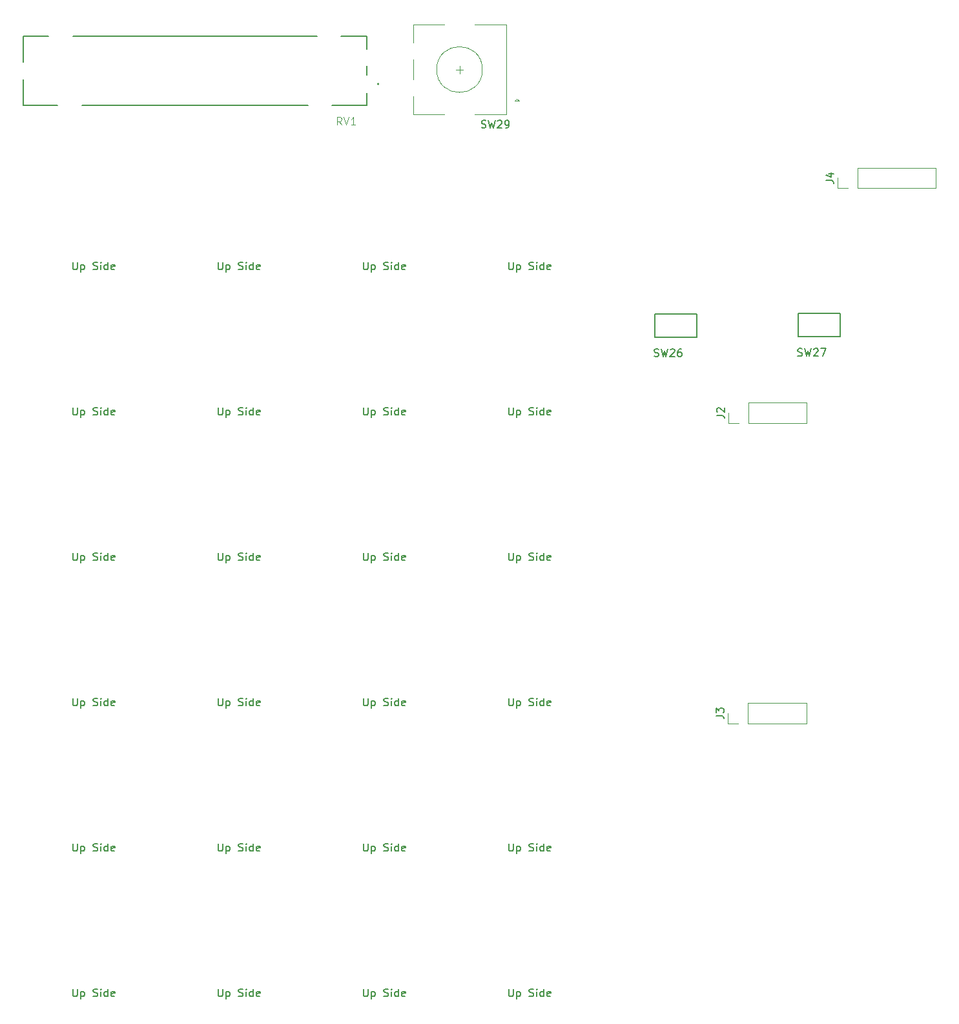
<source format=gbr>
G04 #@! TF.GenerationSoftware,KiCad,Pcbnew,(5.1.5)-3*
G04 #@! TF.CreationDate,2020-04-09T07:49:00+02:00*
G04 #@! TF.ProjectId,NumPad,4e756d50-6164-42e6-9b69-6361645f7063,rev?*
G04 #@! TF.SameCoordinates,Original*
G04 #@! TF.FileFunction,Legend,Top*
G04 #@! TF.FilePolarity,Positive*
%FSLAX46Y46*%
G04 Gerber Fmt 4.6, Leading zero omitted, Abs format (unit mm)*
G04 Created by KiCad (PCBNEW (5.1.5)-3) date 2020-04-09 07:49:00*
%MOMM*%
%LPD*%
G04 APERTURE LIST*
%ADD10C,0.120000*%
%ADD11C,0.127000*%
%ADD12C,0.200000*%
%ADD13C,0.150000*%
%ADD14C,0.015000*%
G04 APERTURE END LIST*
D10*
X141792000Y-73974000D02*
X141792000Y-71314000D01*
X131572000Y-73974000D02*
X141792000Y-73974000D01*
X131572000Y-71314000D02*
X141792000Y-71314000D01*
X131572000Y-73974000D02*
X131572000Y-71314000D01*
X130302000Y-73974000D02*
X128972000Y-73974000D01*
X128972000Y-73974000D02*
X128972000Y-72644000D01*
X114630000Y-104770000D02*
X114630000Y-103440000D01*
X115960000Y-104770000D02*
X114630000Y-104770000D01*
X117230000Y-104770000D02*
X117230000Y-102110000D01*
X117230000Y-102110000D02*
X124910000Y-102110000D01*
X117230000Y-104770000D02*
X124910000Y-104770000D01*
X124910000Y-104770000D02*
X124910000Y-102110000D01*
X124840000Y-144130000D02*
X124840000Y-141470000D01*
X117160000Y-144130000D02*
X124840000Y-144130000D01*
X117160000Y-141470000D02*
X124840000Y-141470000D01*
X117160000Y-144130000D02*
X117160000Y-141470000D01*
X115890000Y-144130000D02*
X114560000Y-144130000D01*
X114560000Y-144130000D02*
X114560000Y-142800000D01*
D11*
X67185001Y-61570000D02*
X67185001Y-63100000D01*
X22185001Y-63100000D02*
X22185001Y-59720000D01*
X22185001Y-57480000D02*
X22185001Y-54100000D01*
X67185001Y-63100000D02*
X62665001Y-63100000D01*
X59505001Y-63100000D02*
X29865001Y-63100000D01*
X22185001Y-63100000D02*
X26705001Y-63100000D01*
X67185001Y-57970000D02*
X67185001Y-59130000D01*
X67185001Y-54100000D02*
X67185001Y-55730000D01*
X67185001Y-54100000D02*
X63865001Y-54100000D01*
X60705001Y-54100000D02*
X28665001Y-54100000D01*
X22185001Y-54100000D02*
X25505001Y-54100000D01*
D12*
X68785001Y-60350000D02*
G75*
G03X68785001Y-60350000I-100000J0D01*
G01*
D13*
X110455000Y-90445000D02*
X104955000Y-90445000D01*
X110455000Y-90455000D02*
X110455000Y-93525000D01*
X110455000Y-93525000D02*
X104945000Y-93525000D01*
X104945000Y-93525000D02*
X104945000Y-90445000D01*
X129260000Y-90395000D02*
X123760000Y-90395000D01*
X129260000Y-90405000D02*
X129260000Y-93475000D01*
X129260000Y-93475000D02*
X123750000Y-93475000D01*
X123750000Y-93475000D02*
X123750000Y-90395000D01*
D10*
X79875000Y-58450000D02*
X78875000Y-58450000D01*
X79375000Y-58950000D02*
X79375000Y-57950000D01*
X73275000Y-54950000D02*
X73275000Y-52550000D01*
X73275000Y-59750000D02*
X73275000Y-57150000D01*
X73275000Y-64350000D02*
X73275000Y-61950000D01*
X86575000Y-62550000D02*
X86875000Y-62250000D01*
X87175000Y-62550000D02*
X86575000Y-62550000D01*
X86875000Y-62250000D02*
X87175000Y-62550000D01*
X85475000Y-64350000D02*
X85475000Y-52550000D01*
X81375000Y-64350000D02*
X85475000Y-64350000D01*
X81375000Y-52550000D02*
X85475000Y-52550000D01*
X73275000Y-52550000D02*
X77375000Y-52550000D01*
X77375000Y-64350000D02*
X73275000Y-64350000D01*
X82375000Y-58450000D02*
G75*
G03X82375000Y-58450000I-3000000J0D01*
G01*
D13*
X127424380Y-72977333D02*
X128138666Y-72977333D01*
X128281523Y-73024952D01*
X128376761Y-73120190D01*
X128424380Y-73263047D01*
X128424380Y-73358285D01*
X127757714Y-72072571D02*
X128424380Y-72072571D01*
X127376761Y-72310666D02*
X128091047Y-72548761D01*
X128091047Y-71929714D01*
X85835714Y-178927380D02*
X85835714Y-179736904D01*
X85883333Y-179832142D01*
X85930952Y-179879761D01*
X86026190Y-179927380D01*
X86216666Y-179927380D01*
X86311904Y-179879761D01*
X86359523Y-179832142D01*
X86407142Y-179736904D01*
X86407142Y-178927380D01*
X86883333Y-179260714D02*
X86883333Y-180260714D01*
X86883333Y-179308333D02*
X86978571Y-179260714D01*
X87169047Y-179260714D01*
X87264285Y-179308333D01*
X87311904Y-179355952D01*
X87359523Y-179451190D01*
X87359523Y-179736904D01*
X87311904Y-179832142D01*
X87264285Y-179879761D01*
X87169047Y-179927380D01*
X86978571Y-179927380D01*
X86883333Y-179879761D01*
X88502380Y-179879761D02*
X88645238Y-179927380D01*
X88883333Y-179927380D01*
X88978571Y-179879761D01*
X89026190Y-179832142D01*
X89073809Y-179736904D01*
X89073809Y-179641666D01*
X89026190Y-179546428D01*
X88978571Y-179498809D01*
X88883333Y-179451190D01*
X88692857Y-179403571D01*
X88597619Y-179355952D01*
X88550000Y-179308333D01*
X88502380Y-179213095D01*
X88502380Y-179117857D01*
X88550000Y-179022619D01*
X88597619Y-178975000D01*
X88692857Y-178927380D01*
X88930952Y-178927380D01*
X89073809Y-178975000D01*
X89502380Y-179927380D02*
X89502380Y-179260714D01*
X89502380Y-178927380D02*
X89454761Y-178975000D01*
X89502380Y-179022619D01*
X89550000Y-178975000D01*
X89502380Y-178927380D01*
X89502380Y-179022619D01*
X90407142Y-179927380D02*
X90407142Y-178927380D01*
X90407142Y-179879761D02*
X90311904Y-179927380D01*
X90121428Y-179927380D01*
X90026190Y-179879761D01*
X89978571Y-179832142D01*
X89930952Y-179736904D01*
X89930952Y-179451190D01*
X89978571Y-179355952D01*
X90026190Y-179308333D01*
X90121428Y-179260714D01*
X90311904Y-179260714D01*
X90407142Y-179308333D01*
X91264285Y-179879761D02*
X91169047Y-179927380D01*
X90978571Y-179927380D01*
X90883333Y-179879761D01*
X90835714Y-179784523D01*
X90835714Y-179403571D01*
X90883333Y-179308333D01*
X90978571Y-179260714D01*
X91169047Y-179260714D01*
X91264285Y-179308333D01*
X91311904Y-179403571D01*
X91311904Y-179498809D01*
X90835714Y-179594047D01*
X85835714Y-159877380D02*
X85835714Y-160686904D01*
X85883333Y-160782142D01*
X85930952Y-160829761D01*
X86026190Y-160877380D01*
X86216666Y-160877380D01*
X86311904Y-160829761D01*
X86359523Y-160782142D01*
X86407142Y-160686904D01*
X86407142Y-159877380D01*
X86883333Y-160210714D02*
X86883333Y-161210714D01*
X86883333Y-160258333D02*
X86978571Y-160210714D01*
X87169047Y-160210714D01*
X87264285Y-160258333D01*
X87311904Y-160305952D01*
X87359523Y-160401190D01*
X87359523Y-160686904D01*
X87311904Y-160782142D01*
X87264285Y-160829761D01*
X87169047Y-160877380D01*
X86978571Y-160877380D01*
X86883333Y-160829761D01*
X88502380Y-160829761D02*
X88645238Y-160877380D01*
X88883333Y-160877380D01*
X88978571Y-160829761D01*
X89026190Y-160782142D01*
X89073809Y-160686904D01*
X89073809Y-160591666D01*
X89026190Y-160496428D01*
X88978571Y-160448809D01*
X88883333Y-160401190D01*
X88692857Y-160353571D01*
X88597619Y-160305952D01*
X88550000Y-160258333D01*
X88502380Y-160163095D01*
X88502380Y-160067857D01*
X88550000Y-159972619D01*
X88597619Y-159925000D01*
X88692857Y-159877380D01*
X88930952Y-159877380D01*
X89073809Y-159925000D01*
X89502380Y-160877380D02*
X89502380Y-160210714D01*
X89502380Y-159877380D02*
X89454761Y-159925000D01*
X89502380Y-159972619D01*
X89550000Y-159925000D01*
X89502380Y-159877380D01*
X89502380Y-159972619D01*
X90407142Y-160877380D02*
X90407142Y-159877380D01*
X90407142Y-160829761D02*
X90311904Y-160877380D01*
X90121428Y-160877380D01*
X90026190Y-160829761D01*
X89978571Y-160782142D01*
X89930952Y-160686904D01*
X89930952Y-160401190D01*
X89978571Y-160305952D01*
X90026190Y-160258333D01*
X90121428Y-160210714D01*
X90311904Y-160210714D01*
X90407142Y-160258333D01*
X91264285Y-160829761D02*
X91169047Y-160877380D01*
X90978571Y-160877380D01*
X90883333Y-160829761D01*
X90835714Y-160734523D01*
X90835714Y-160353571D01*
X90883333Y-160258333D01*
X90978571Y-160210714D01*
X91169047Y-160210714D01*
X91264285Y-160258333D01*
X91311904Y-160353571D01*
X91311904Y-160448809D01*
X90835714Y-160544047D01*
X85835714Y-140827380D02*
X85835714Y-141636904D01*
X85883333Y-141732142D01*
X85930952Y-141779761D01*
X86026190Y-141827380D01*
X86216666Y-141827380D01*
X86311904Y-141779761D01*
X86359523Y-141732142D01*
X86407142Y-141636904D01*
X86407142Y-140827380D01*
X86883333Y-141160714D02*
X86883333Y-142160714D01*
X86883333Y-141208333D02*
X86978571Y-141160714D01*
X87169047Y-141160714D01*
X87264285Y-141208333D01*
X87311904Y-141255952D01*
X87359523Y-141351190D01*
X87359523Y-141636904D01*
X87311904Y-141732142D01*
X87264285Y-141779761D01*
X87169047Y-141827380D01*
X86978571Y-141827380D01*
X86883333Y-141779761D01*
X88502380Y-141779761D02*
X88645238Y-141827380D01*
X88883333Y-141827380D01*
X88978571Y-141779761D01*
X89026190Y-141732142D01*
X89073809Y-141636904D01*
X89073809Y-141541666D01*
X89026190Y-141446428D01*
X88978571Y-141398809D01*
X88883333Y-141351190D01*
X88692857Y-141303571D01*
X88597619Y-141255952D01*
X88550000Y-141208333D01*
X88502380Y-141113095D01*
X88502380Y-141017857D01*
X88550000Y-140922619D01*
X88597619Y-140875000D01*
X88692857Y-140827380D01*
X88930952Y-140827380D01*
X89073809Y-140875000D01*
X89502380Y-141827380D02*
X89502380Y-141160714D01*
X89502380Y-140827380D02*
X89454761Y-140875000D01*
X89502380Y-140922619D01*
X89550000Y-140875000D01*
X89502380Y-140827380D01*
X89502380Y-140922619D01*
X90407142Y-141827380D02*
X90407142Y-140827380D01*
X90407142Y-141779761D02*
X90311904Y-141827380D01*
X90121428Y-141827380D01*
X90026190Y-141779761D01*
X89978571Y-141732142D01*
X89930952Y-141636904D01*
X89930952Y-141351190D01*
X89978571Y-141255952D01*
X90026190Y-141208333D01*
X90121428Y-141160714D01*
X90311904Y-141160714D01*
X90407142Y-141208333D01*
X91264285Y-141779761D02*
X91169047Y-141827380D01*
X90978571Y-141827380D01*
X90883333Y-141779761D01*
X90835714Y-141684523D01*
X90835714Y-141303571D01*
X90883333Y-141208333D01*
X90978571Y-141160714D01*
X91169047Y-141160714D01*
X91264285Y-141208333D01*
X91311904Y-141303571D01*
X91311904Y-141398809D01*
X90835714Y-141494047D01*
X85835714Y-121777380D02*
X85835714Y-122586904D01*
X85883333Y-122682142D01*
X85930952Y-122729761D01*
X86026190Y-122777380D01*
X86216666Y-122777380D01*
X86311904Y-122729761D01*
X86359523Y-122682142D01*
X86407142Y-122586904D01*
X86407142Y-121777380D01*
X86883333Y-122110714D02*
X86883333Y-123110714D01*
X86883333Y-122158333D02*
X86978571Y-122110714D01*
X87169047Y-122110714D01*
X87264285Y-122158333D01*
X87311904Y-122205952D01*
X87359523Y-122301190D01*
X87359523Y-122586904D01*
X87311904Y-122682142D01*
X87264285Y-122729761D01*
X87169047Y-122777380D01*
X86978571Y-122777380D01*
X86883333Y-122729761D01*
X88502380Y-122729761D02*
X88645238Y-122777380D01*
X88883333Y-122777380D01*
X88978571Y-122729761D01*
X89026190Y-122682142D01*
X89073809Y-122586904D01*
X89073809Y-122491666D01*
X89026190Y-122396428D01*
X88978571Y-122348809D01*
X88883333Y-122301190D01*
X88692857Y-122253571D01*
X88597619Y-122205952D01*
X88550000Y-122158333D01*
X88502380Y-122063095D01*
X88502380Y-121967857D01*
X88550000Y-121872619D01*
X88597619Y-121825000D01*
X88692857Y-121777380D01*
X88930952Y-121777380D01*
X89073809Y-121825000D01*
X89502380Y-122777380D02*
X89502380Y-122110714D01*
X89502380Y-121777380D02*
X89454761Y-121825000D01*
X89502380Y-121872619D01*
X89550000Y-121825000D01*
X89502380Y-121777380D01*
X89502380Y-121872619D01*
X90407142Y-122777380D02*
X90407142Y-121777380D01*
X90407142Y-122729761D02*
X90311904Y-122777380D01*
X90121428Y-122777380D01*
X90026190Y-122729761D01*
X89978571Y-122682142D01*
X89930952Y-122586904D01*
X89930952Y-122301190D01*
X89978571Y-122205952D01*
X90026190Y-122158333D01*
X90121428Y-122110714D01*
X90311904Y-122110714D01*
X90407142Y-122158333D01*
X91264285Y-122729761D02*
X91169047Y-122777380D01*
X90978571Y-122777380D01*
X90883333Y-122729761D01*
X90835714Y-122634523D01*
X90835714Y-122253571D01*
X90883333Y-122158333D01*
X90978571Y-122110714D01*
X91169047Y-122110714D01*
X91264285Y-122158333D01*
X91311904Y-122253571D01*
X91311904Y-122348809D01*
X90835714Y-122444047D01*
X85835714Y-102727380D02*
X85835714Y-103536904D01*
X85883333Y-103632142D01*
X85930952Y-103679761D01*
X86026190Y-103727380D01*
X86216666Y-103727380D01*
X86311904Y-103679761D01*
X86359523Y-103632142D01*
X86407142Y-103536904D01*
X86407142Y-102727380D01*
X86883333Y-103060714D02*
X86883333Y-104060714D01*
X86883333Y-103108333D02*
X86978571Y-103060714D01*
X87169047Y-103060714D01*
X87264285Y-103108333D01*
X87311904Y-103155952D01*
X87359523Y-103251190D01*
X87359523Y-103536904D01*
X87311904Y-103632142D01*
X87264285Y-103679761D01*
X87169047Y-103727380D01*
X86978571Y-103727380D01*
X86883333Y-103679761D01*
X88502380Y-103679761D02*
X88645238Y-103727380D01*
X88883333Y-103727380D01*
X88978571Y-103679761D01*
X89026190Y-103632142D01*
X89073809Y-103536904D01*
X89073809Y-103441666D01*
X89026190Y-103346428D01*
X88978571Y-103298809D01*
X88883333Y-103251190D01*
X88692857Y-103203571D01*
X88597619Y-103155952D01*
X88550000Y-103108333D01*
X88502380Y-103013095D01*
X88502380Y-102917857D01*
X88550000Y-102822619D01*
X88597619Y-102775000D01*
X88692857Y-102727380D01*
X88930952Y-102727380D01*
X89073809Y-102775000D01*
X89502380Y-103727380D02*
X89502380Y-103060714D01*
X89502380Y-102727380D02*
X89454761Y-102775000D01*
X89502380Y-102822619D01*
X89550000Y-102775000D01*
X89502380Y-102727380D01*
X89502380Y-102822619D01*
X90407142Y-103727380D02*
X90407142Y-102727380D01*
X90407142Y-103679761D02*
X90311904Y-103727380D01*
X90121428Y-103727380D01*
X90026190Y-103679761D01*
X89978571Y-103632142D01*
X89930952Y-103536904D01*
X89930952Y-103251190D01*
X89978571Y-103155952D01*
X90026190Y-103108333D01*
X90121428Y-103060714D01*
X90311904Y-103060714D01*
X90407142Y-103108333D01*
X91264285Y-103679761D02*
X91169047Y-103727380D01*
X90978571Y-103727380D01*
X90883333Y-103679761D01*
X90835714Y-103584523D01*
X90835714Y-103203571D01*
X90883333Y-103108333D01*
X90978571Y-103060714D01*
X91169047Y-103060714D01*
X91264285Y-103108333D01*
X91311904Y-103203571D01*
X91311904Y-103298809D01*
X90835714Y-103394047D01*
X85835714Y-83677380D02*
X85835714Y-84486904D01*
X85883333Y-84582142D01*
X85930952Y-84629761D01*
X86026190Y-84677380D01*
X86216666Y-84677380D01*
X86311904Y-84629761D01*
X86359523Y-84582142D01*
X86407142Y-84486904D01*
X86407142Y-83677380D01*
X86883333Y-84010714D02*
X86883333Y-85010714D01*
X86883333Y-84058333D02*
X86978571Y-84010714D01*
X87169047Y-84010714D01*
X87264285Y-84058333D01*
X87311904Y-84105952D01*
X87359523Y-84201190D01*
X87359523Y-84486904D01*
X87311904Y-84582142D01*
X87264285Y-84629761D01*
X87169047Y-84677380D01*
X86978571Y-84677380D01*
X86883333Y-84629761D01*
X88502380Y-84629761D02*
X88645238Y-84677380D01*
X88883333Y-84677380D01*
X88978571Y-84629761D01*
X89026190Y-84582142D01*
X89073809Y-84486904D01*
X89073809Y-84391666D01*
X89026190Y-84296428D01*
X88978571Y-84248809D01*
X88883333Y-84201190D01*
X88692857Y-84153571D01*
X88597619Y-84105952D01*
X88550000Y-84058333D01*
X88502380Y-83963095D01*
X88502380Y-83867857D01*
X88550000Y-83772619D01*
X88597619Y-83725000D01*
X88692857Y-83677380D01*
X88930952Y-83677380D01*
X89073809Y-83725000D01*
X89502380Y-84677380D02*
X89502380Y-84010714D01*
X89502380Y-83677380D02*
X89454761Y-83725000D01*
X89502380Y-83772619D01*
X89550000Y-83725000D01*
X89502380Y-83677380D01*
X89502380Y-83772619D01*
X90407142Y-84677380D02*
X90407142Y-83677380D01*
X90407142Y-84629761D02*
X90311904Y-84677380D01*
X90121428Y-84677380D01*
X90026190Y-84629761D01*
X89978571Y-84582142D01*
X89930952Y-84486904D01*
X89930952Y-84201190D01*
X89978571Y-84105952D01*
X90026190Y-84058333D01*
X90121428Y-84010714D01*
X90311904Y-84010714D01*
X90407142Y-84058333D01*
X91264285Y-84629761D02*
X91169047Y-84677380D01*
X90978571Y-84677380D01*
X90883333Y-84629761D01*
X90835714Y-84534523D01*
X90835714Y-84153571D01*
X90883333Y-84058333D01*
X90978571Y-84010714D01*
X91169047Y-84010714D01*
X91264285Y-84058333D01*
X91311904Y-84153571D01*
X91311904Y-84248809D01*
X90835714Y-84344047D01*
X66785714Y-178927380D02*
X66785714Y-179736904D01*
X66833333Y-179832142D01*
X66880952Y-179879761D01*
X66976190Y-179927380D01*
X67166666Y-179927380D01*
X67261904Y-179879761D01*
X67309523Y-179832142D01*
X67357142Y-179736904D01*
X67357142Y-178927380D01*
X67833333Y-179260714D02*
X67833333Y-180260714D01*
X67833333Y-179308333D02*
X67928571Y-179260714D01*
X68119047Y-179260714D01*
X68214285Y-179308333D01*
X68261904Y-179355952D01*
X68309523Y-179451190D01*
X68309523Y-179736904D01*
X68261904Y-179832142D01*
X68214285Y-179879761D01*
X68119047Y-179927380D01*
X67928571Y-179927380D01*
X67833333Y-179879761D01*
X69452380Y-179879761D02*
X69595238Y-179927380D01*
X69833333Y-179927380D01*
X69928571Y-179879761D01*
X69976190Y-179832142D01*
X70023809Y-179736904D01*
X70023809Y-179641666D01*
X69976190Y-179546428D01*
X69928571Y-179498809D01*
X69833333Y-179451190D01*
X69642857Y-179403571D01*
X69547619Y-179355952D01*
X69500000Y-179308333D01*
X69452380Y-179213095D01*
X69452380Y-179117857D01*
X69500000Y-179022619D01*
X69547619Y-178975000D01*
X69642857Y-178927380D01*
X69880952Y-178927380D01*
X70023809Y-178975000D01*
X70452380Y-179927380D02*
X70452380Y-179260714D01*
X70452380Y-178927380D02*
X70404761Y-178975000D01*
X70452380Y-179022619D01*
X70500000Y-178975000D01*
X70452380Y-178927380D01*
X70452380Y-179022619D01*
X71357142Y-179927380D02*
X71357142Y-178927380D01*
X71357142Y-179879761D02*
X71261904Y-179927380D01*
X71071428Y-179927380D01*
X70976190Y-179879761D01*
X70928571Y-179832142D01*
X70880952Y-179736904D01*
X70880952Y-179451190D01*
X70928571Y-179355952D01*
X70976190Y-179308333D01*
X71071428Y-179260714D01*
X71261904Y-179260714D01*
X71357142Y-179308333D01*
X72214285Y-179879761D02*
X72119047Y-179927380D01*
X71928571Y-179927380D01*
X71833333Y-179879761D01*
X71785714Y-179784523D01*
X71785714Y-179403571D01*
X71833333Y-179308333D01*
X71928571Y-179260714D01*
X72119047Y-179260714D01*
X72214285Y-179308333D01*
X72261904Y-179403571D01*
X72261904Y-179498809D01*
X71785714Y-179594047D01*
X66785714Y-159877380D02*
X66785714Y-160686904D01*
X66833333Y-160782142D01*
X66880952Y-160829761D01*
X66976190Y-160877380D01*
X67166666Y-160877380D01*
X67261904Y-160829761D01*
X67309523Y-160782142D01*
X67357142Y-160686904D01*
X67357142Y-159877380D01*
X67833333Y-160210714D02*
X67833333Y-161210714D01*
X67833333Y-160258333D02*
X67928571Y-160210714D01*
X68119047Y-160210714D01*
X68214285Y-160258333D01*
X68261904Y-160305952D01*
X68309523Y-160401190D01*
X68309523Y-160686904D01*
X68261904Y-160782142D01*
X68214285Y-160829761D01*
X68119047Y-160877380D01*
X67928571Y-160877380D01*
X67833333Y-160829761D01*
X69452380Y-160829761D02*
X69595238Y-160877380D01*
X69833333Y-160877380D01*
X69928571Y-160829761D01*
X69976190Y-160782142D01*
X70023809Y-160686904D01*
X70023809Y-160591666D01*
X69976190Y-160496428D01*
X69928571Y-160448809D01*
X69833333Y-160401190D01*
X69642857Y-160353571D01*
X69547619Y-160305952D01*
X69500000Y-160258333D01*
X69452380Y-160163095D01*
X69452380Y-160067857D01*
X69500000Y-159972619D01*
X69547619Y-159925000D01*
X69642857Y-159877380D01*
X69880952Y-159877380D01*
X70023809Y-159925000D01*
X70452380Y-160877380D02*
X70452380Y-160210714D01*
X70452380Y-159877380D02*
X70404761Y-159925000D01*
X70452380Y-159972619D01*
X70500000Y-159925000D01*
X70452380Y-159877380D01*
X70452380Y-159972619D01*
X71357142Y-160877380D02*
X71357142Y-159877380D01*
X71357142Y-160829761D02*
X71261904Y-160877380D01*
X71071428Y-160877380D01*
X70976190Y-160829761D01*
X70928571Y-160782142D01*
X70880952Y-160686904D01*
X70880952Y-160401190D01*
X70928571Y-160305952D01*
X70976190Y-160258333D01*
X71071428Y-160210714D01*
X71261904Y-160210714D01*
X71357142Y-160258333D01*
X72214285Y-160829761D02*
X72119047Y-160877380D01*
X71928571Y-160877380D01*
X71833333Y-160829761D01*
X71785714Y-160734523D01*
X71785714Y-160353571D01*
X71833333Y-160258333D01*
X71928571Y-160210714D01*
X72119047Y-160210714D01*
X72214285Y-160258333D01*
X72261904Y-160353571D01*
X72261904Y-160448809D01*
X71785714Y-160544047D01*
X66785714Y-140827380D02*
X66785714Y-141636904D01*
X66833333Y-141732142D01*
X66880952Y-141779761D01*
X66976190Y-141827380D01*
X67166666Y-141827380D01*
X67261904Y-141779761D01*
X67309523Y-141732142D01*
X67357142Y-141636904D01*
X67357142Y-140827380D01*
X67833333Y-141160714D02*
X67833333Y-142160714D01*
X67833333Y-141208333D02*
X67928571Y-141160714D01*
X68119047Y-141160714D01*
X68214285Y-141208333D01*
X68261904Y-141255952D01*
X68309523Y-141351190D01*
X68309523Y-141636904D01*
X68261904Y-141732142D01*
X68214285Y-141779761D01*
X68119047Y-141827380D01*
X67928571Y-141827380D01*
X67833333Y-141779761D01*
X69452380Y-141779761D02*
X69595238Y-141827380D01*
X69833333Y-141827380D01*
X69928571Y-141779761D01*
X69976190Y-141732142D01*
X70023809Y-141636904D01*
X70023809Y-141541666D01*
X69976190Y-141446428D01*
X69928571Y-141398809D01*
X69833333Y-141351190D01*
X69642857Y-141303571D01*
X69547619Y-141255952D01*
X69500000Y-141208333D01*
X69452380Y-141113095D01*
X69452380Y-141017857D01*
X69500000Y-140922619D01*
X69547619Y-140875000D01*
X69642857Y-140827380D01*
X69880952Y-140827380D01*
X70023809Y-140875000D01*
X70452380Y-141827380D02*
X70452380Y-141160714D01*
X70452380Y-140827380D02*
X70404761Y-140875000D01*
X70452380Y-140922619D01*
X70500000Y-140875000D01*
X70452380Y-140827380D01*
X70452380Y-140922619D01*
X71357142Y-141827380D02*
X71357142Y-140827380D01*
X71357142Y-141779761D02*
X71261904Y-141827380D01*
X71071428Y-141827380D01*
X70976190Y-141779761D01*
X70928571Y-141732142D01*
X70880952Y-141636904D01*
X70880952Y-141351190D01*
X70928571Y-141255952D01*
X70976190Y-141208333D01*
X71071428Y-141160714D01*
X71261904Y-141160714D01*
X71357142Y-141208333D01*
X72214285Y-141779761D02*
X72119047Y-141827380D01*
X71928571Y-141827380D01*
X71833333Y-141779761D01*
X71785714Y-141684523D01*
X71785714Y-141303571D01*
X71833333Y-141208333D01*
X71928571Y-141160714D01*
X72119047Y-141160714D01*
X72214285Y-141208333D01*
X72261904Y-141303571D01*
X72261904Y-141398809D01*
X71785714Y-141494047D01*
X66785714Y-121777380D02*
X66785714Y-122586904D01*
X66833333Y-122682142D01*
X66880952Y-122729761D01*
X66976190Y-122777380D01*
X67166666Y-122777380D01*
X67261904Y-122729761D01*
X67309523Y-122682142D01*
X67357142Y-122586904D01*
X67357142Y-121777380D01*
X67833333Y-122110714D02*
X67833333Y-123110714D01*
X67833333Y-122158333D02*
X67928571Y-122110714D01*
X68119047Y-122110714D01*
X68214285Y-122158333D01*
X68261904Y-122205952D01*
X68309523Y-122301190D01*
X68309523Y-122586904D01*
X68261904Y-122682142D01*
X68214285Y-122729761D01*
X68119047Y-122777380D01*
X67928571Y-122777380D01*
X67833333Y-122729761D01*
X69452380Y-122729761D02*
X69595238Y-122777380D01*
X69833333Y-122777380D01*
X69928571Y-122729761D01*
X69976190Y-122682142D01*
X70023809Y-122586904D01*
X70023809Y-122491666D01*
X69976190Y-122396428D01*
X69928571Y-122348809D01*
X69833333Y-122301190D01*
X69642857Y-122253571D01*
X69547619Y-122205952D01*
X69500000Y-122158333D01*
X69452380Y-122063095D01*
X69452380Y-121967857D01*
X69500000Y-121872619D01*
X69547619Y-121825000D01*
X69642857Y-121777380D01*
X69880952Y-121777380D01*
X70023809Y-121825000D01*
X70452380Y-122777380D02*
X70452380Y-122110714D01*
X70452380Y-121777380D02*
X70404761Y-121825000D01*
X70452380Y-121872619D01*
X70500000Y-121825000D01*
X70452380Y-121777380D01*
X70452380Y-121872619D01*
X71357142Y-122777380D02*
X71357142Y-121777380D01*
X71357142Y-122729761D02*
X71261904Y-122777380D01*
X71071428Y-122777380D01*
X70976190Y-122729761D01*
X70928571Y-122682142D01*
X70880952Y-122586904D01*
X70880952Y-122301190D01*
X70928571Y-122205952D01*
X70976190Y-122158333D01*
X71071428Y-122110714D01*
X71261904Y-122110714D01*
X71357142Y-122158333D01*
X72214285Y-122729761D02*
X72119047Y-122777380D01*
X71928571Y-122777380D01*
X71833333Y-122729761D01*
X71785714Y-122634523D01*
X71785714Y-122253571D01*
X71833333Y-122158333D01*
X71928571Y-122110714D01*
X72119047Y-122110714D01*
X72214285Y-122158333D01*
X72261904Y-122253571D01*
X72261904Y-122348809D01*
X71785714Y-122444047D01*
X66785714Y-102727380D02*
X66785714Y-103536904D01*
X66833333Y-103632142D01*
X66880952Y-103679761D01*
X66976190Y-103727380D01*
X67166666Y-103727380D01*
X67261904Y-103679761D01*
X67309523Y-103632142D01*
X67357142Y-103536904D01*
X67357142Y-102727380D01*
X67833333Y-103060714D02*
X67833333Y-104060714D01*
X67833333Y-103108333D02*
X67928571Y-103060714D01*
X68119047Y-103060714D01*
X68214285Y-103108333D01*
X68261904Y-103155952D01*
X68309523Y-103251190D01*
X68309523Y-103536904D01*
X68261904Y-103632142D01*
X68214285Y-103679761D01*
X68119047Y-103727380D01*
X67928571Y-103727380D01*
X67833333Y-103679761D01*
X69452380Y-103679761D02*
X69595238Y-103727380D01*
X69833333Y-103727380D01*
X69928571Y-103679761D01*
X69976190Y-103632142D01*
X70023809Y-103536904D01*
X70023809Y-103441666D01*
X69976190Y-103346428D01*
X69928571Y-103298809D01*
X69833333Y-103251190D01*
X69642857Y-103203571D01*
X69547619Y-103155952D01*
X69500000Y-103108333D01*
X69452380Y-103013095D01*
X69452380Y-102917857D01*
X69500000Y-102822619D01*
X69547619Y-102775000D01*
X69642857Y-102727380D01*
X69880952Y-102727380D01*
X70023809Y-102775000D01*
X70452380Y-103727380D02*
X70452380Y-103060714D01*
X70452380Y-102727380D02*
X70404761Y-102775000D01*
X70452380Y-102822619D01*
X70500000Y-102775000D01*
X70452380Y-102727380D01*
X70452380Y-102822619D01*
X71357142Y-103727380D02*
X71357142Y-102727380D01*
X71357142Y-103679761D02*
X71261904Y-103727380D01*
X71071428Y-103727380D01*
X70976190Y-103679761D01*
X70928571Y-103632142D01*
X70880952Y-103536904D01*
X70880952Y-103251190D01*
X70928571Y-103155952D01*
X70976190Y-103108333D01*
X71071428Y-103060714D01*
X71261904Y-103060714D01*
X71357142Y-103108333D01*
X72214285Y-103679761D02*
X72119047Y-103727380D01*
X71928571Y-103727380D01*
X71833333Y-103679761D01*
X71785714Y-103584523D01*
X71785714Y-103203571D01*
X71833333Y-103108333D01*
X71928571Y-103060714D01*
X72119047Y-103060714D01*
X72214285Y-103108333D01*
X72261904Y-103203571D01*
X72261904Y-103298809D01*
X71785714Y-103394047D01*
X66785714Y-83677380D02*
X66785714Y-84486904D01*
X66833333Y-84582142D01*
X66880952Y-84629761D01*
X66976190Y-84677380D01*
X67166666Y-84677380D01*
X67261904Y-84629761D01*
X67309523Y-84582142D01*
X67357142Y-84486904D01*
X67357142Y-83677380D01*
X67833333Y-84010714D02*
X67833333Y-85010714D01*
X67833333Y-84058333D02*
X67928571Y-84010714D01*
X68119047Y-84010714D01*
X68214285Y-84058333D01*
X68261904Y-84105952D01*
X68309523Y-84201190D01*
X68309523Y-84486904D01*
X68261904Y-84582142D01*
X68214285Y-84629761D01*
X68119047Y-84677380D01*
X67928571Y-84677380D01*
X67833333Y-84629761D01*
X69452380Y-84629761D02*
X69595238Y-84677380D01*
X69833333Y-84677380D01*
X69928571Y-84629761D01*
X69976190Y-84582142D01*
X70023809Y-84486904D01*
X70023809Y-84391666D01*
X69976190Y-84296428D01*
X69928571Y-84248809D01*
X69833333Y-84201190D01*
X69642857Y-84153571D01*
X69547619Y-84105952D01*
X69500000Y-84058333D01*
X69452380Y-83963095D01*
X69452380Y-83867857D01*
X69500000Y-83772619D01*
X69547619Y-83725000D01*
X69642857Y-83677380D01*
X69880952Y-83677380D01*
X70023809Y-83725000D01*
X70452380Y-84677380D02*
X70452380Y-84010714D01*
X70452380Y-83677380D02*
X70404761Y-83725000D01*
X70452380Y-83772619D01*
X70500000Y-83725000D01*
X70452380Y-83677380D01*
X70452380Y-83772619D01*
X71357142Y-84677380D02*
X71357142Y-83677380D01*
X71357142Y-84629761D02*
X71261904Y-84677380D01*
X71071428Y-84677380D01*
X70976190Y-84629761D01*
X70928571Y-84582142D01*
X70880952Y-84486904D01*
X70880952Y-84201190D01*
X70928571Y-84105952D01*
X70976190Y-84058333D01*
X71071428Y-84010714D01*
X71261904Y-84010714D01*
X71357142Y-84058333D01*
X72214285Y-84629761D02*
X72119047Y-84677380D01*
X71928571Y-84677380D01*
X71833333Y-84629761D01*
X71785714Y-84534523D01*
X71785714Y-84153571D01*
X71833333Y-84058333D01*
X71928571Y-84010714D01*
X72119047Y-84010714D01*
X72214285Y-84058333D01*
X72261904Y-84153571D01*
X72261904Y-84248809D01*
X71785714Y-84344047D01*
X47735714Y-178927380D02*
X47735714Y-179736904D01*
X47783333Y-179832142D01*
X47830952Y-179879761D01*
X47926190Y-179927380D01*
X48116666Y-179927380D01*
X48211904Y-179879761D01*
X48259523Y-179832142D01*
X48307142Y-179736904D01*
X48307142Y-178927380D01*
X48783333Y-179260714D02*
X48783333Y-180260714D01*
X48783333Y-179308333D02*
X48878571Y-179260714D01*
X49069047Y-179260714D01*
X49164285Y-179308333D01*
X49211904Y-179355952D01*
X49259523Y-179451190D01*
X49259523Y-179736904D01*
X49211904Y-179832142D01*
X49164285Y-179879761D01*
X49069047Y-179927380D01*
X48878571Y-179927380D01*
X48783333Y-179879761D01*
X50402380Y-179879761D02*
X50545238Y-179927380D01*
X50783333Y-179927380D01*
X50878571Y-179879761D01*
X50926190Y-179832142D01*
X50973809Y-179736904D01*
X50973809Y-179641666D01*
X50926190Y-179546428D01*
X50878571Y-179498809D01*
X50783333Y-179451190D01*
X50592857Y-179403571D01*
X50497619Y-179355952D01*
X50450000Y-179308333D01*
X50402380Y-179213095D01*
X50402380Y-179117857D01*
X50450000Y-179022619D01*
X50497619Y-178975000D01*
X50592857Y-178927380D01*
X50830952Y-178927380D01*
X50973809Y-178975000D01*
X51402380Y-179927380D02*
X51402380Y-179260714D01*
X51402380Y-178927380D02*
X51354761Y-178975000D01*
X51402380Y-179022619D01*
X51450000Y-178975000D01*
X51402380Y-178927380D01*
X51402380Y-179022619D01*
X52307142Y-179927380D02*
X52307142Y-178927380D01*
X52307142Y-179879761D02*
X52211904Y-179927380D01*
X52021428Y-179927380D01*
X51926190Y-179879761D01*
X51878571Y-179832142D01*
X51830952Y-179736904D01*
X51830952Y-179451190D01*
X51878571Y-179355952D01*
X51926190Y-179308333D01*
X52021428Y-179260714D01*
X52211904Y-179260714D01*
X52307142Y-179308333D01*
X53164285Y-179879761D02*
X53069047Y-179927380D01*
X52878571Y-179927380D01*
X52783333Y-179879761D01*
X52735714Y-179784523D01*
X52735714Y-179403571D01*
X52783333Y-179308333D01*
X52878571Y-179260714D01*
X53069047Y-179260714D01*
X53164285Y-179308333D01*
X53211904Y-179403571D01*
X53211904Y-179498809D01*
X52735714Y-179594047D01*
X47735714Y-159877380D02*
X47735714Y-160686904D01*
X47783333Y-160782142D01*
X47830952Y-160829761D01*
X47926190Y-160877380D01*
X48116666Y-160877380D01*
X48211904Y-160829761D01*
X48259523Y-160782142D01*
X48307142Y-160686904D01*
X48307142Y-159877380D01*
X48783333Y-160210714D02*
X48783333Y-161210714D01*
X48783333Y-160258333D02*
X48878571Y-160210714D01*
X49069047Y-160210714D01*
X49164285Y-160258333D01*
X49211904Y-160305952D01*
X49259523Y-160401190D01*
X49259523Y-160686904D01*
X49211904Y-160782142D01*
X49164285Y-160829761D01*
X49069047Y-160877380D01*
X48878571Y-160877380D01*
X48783333Y-160829761D01*
X50402380Y-160829761D02*
X50545238Y-160877380D01*
X50783333Y-160877380D01*
X50878571Y-160829761D01*
X50926190Y-160782142D01*
X50973809Y-160686904D01*
X50973809Y-160591666D01*
X50926190Y-160496428D01*
X50878571Y-160448809D01*
X50783333Y-160401190D01*
X50592857Y-160353571D01*
X50497619Y-160305952D01*
X50450000Y-160258333D01*
X50402380Y-160163095D01*
X50402380Y-160067857D01*
X50450000Y-159972619D01*
X50497619Y-159925000D01*
X50592857Y-159877380D01*
X50830952Y-159877380D01*
X50973809Y-159925000D01*
X51402380Y-160877380D02*
X51402380Y-160210714D01*
X51402380Y-159877380D02*
X51354761Y-159925000D01*
X51402380Y-159972619D01*
X51450000Y-159925000D01*
X51402380Y-159877380D01*
X51402380Y-159972619D01*
X52307142Y-160877380D02*
X52307142Y-159877380D01*
X52307142Y-160829761D02*
X52211904Y-160877380D01*
X52021428Y-160877380D01*
X51926190Y-160829761D01*
X51878571Y-160782142D01*
X51830952Y-160686904D01*
X51830952Y-160401190D01*
X51878571Y-160305952D01*
X51926190Y-160258333D01*
X52021428Y-160210714D01*
X52211904Y-160210714D01*
X52307142Y-160258333D01*
X53164285Y-160829761D02*
X53069047Y-160877380D01*
X52878571Y-160877380D01*
X52783333Y-160829761D01*
X52735714Y-160734523D01*
X52735714Y-160353571D01*
X52783333Y-160258333D01*
X52878571Y-160210714D01*
X53069047Y-160210714D01*
X53164285Y-160258333D01*
X53211904Y-160353571D01*
X53211904Y-160448809D01*
X52735714Y-160544047D01*
X47735714Y-140827380D02*
X47735714Y-141636904D01*
X47783333Y-141732142D01*
X47830952Y-141779761D01*
X47926190Y-141827380D01*
X48116666Y-141827380D01*
X48211904Y-141779761D01*
X48259523Y-141732142D01*
X48307142Y-141636904D01*
X48307142Y-140827380D01*
X48783333Y-141160714D02*
X48783333Y-142160714D01*
X48783333Y-141208333D02*
X48878571Y-141160714D01*
X49069047Y-141160714D01*
X49164285Y-141208333D01*
X49211904Y-141255952D01*
X49259523Y-141351190D01*
X49259523Y-141636904D01*
X49211904Y-141732142D01*
X49164285Y-141779761D01*
X49069047Y-141827380D01*
X48878571Y-141827380D01*
X48783333Y-141779761D01*
X50402380Y-141779761D02*
X50545238Y-141827380D01*
X50783333Y-141827380D01*
X50878571Y-141779761D01*
X50926190Y-141732142D01*
X50973809Y-141636904D01*
X50973809Y-141541666D01*
X50926190Y-141446428D01*
X50878571Y-141398809D01*
X50783333Y-141351190D01*
X50592857Y-141303571D01*
X50497619Y-141255952D01*
X50450000Y-141208333D01*
X50402380Y-141113095D01*
X50402380Y-141017857D01*
X50450000Y-140922619D01*
X50497619Y-140875000D01*
X50592857Y-140827380D01*
X50830952Y-140827380D01*
X50973809Y-140875000D01*
X51402380Y-141827380D02*
X51402380Y-141160714D01*
X51402380Y-140827380D02*
X51354761Y-140875000D01*
X51402380Y-140922619D01*
X51450000Y-140875000D01*
X51402380Y-140827380D01*
X51402380Y-140922619D01*
X52307142Y-141827380D02*
X52307142Y-140827380D01*
X52307142Y-141779761D02*
X52211904Y-141827380D01*
X52021428Y-141827380D01*
X51926190Y-141779761D01*
X51878571Y-141732142D01*
X51830952Y-141636904D01*
X51830952Y-141351190D01*
X51878571Y-141255952D01*
X51926190Y-141208333D01*
X52021428Y-141160714D01*
X52211904Y-141160714D01*
X52307142Y-141208333D01*
X53164285Y-141779761D02*
X53069047Y-141827380D01*
X52878571Y-141827380D01*
X52783333Y-141779761D01*
X52735714Y-141684523D01*
X52735714Y-141303571D01*
X52783333Y-141208333D01*
X52878571Y-141160714D01*
X53069047Y-141160714D01*
X53164285Y-141208333D01*
X53211904Y-141303571D01*
X53211904Y-141398809D01*
X52735714Y-141494047D01*
X47735714Y-121777380D02*
X47735714Y-122586904D01*
X47783333Y-122682142D01*
X47830952Y-122729761D01*
X47926190Y-122777380D01*
X48116666Y-122777380D01*
X48211904Y-122729761D01*
X48259523Y-122682142D01*
X48307142Y-122586904D01*
X48307142Y-121777380D01*
X48783333Y-122110714D02*
X48783333Y-123110714D01*
X48783333Y-122158333D02*
X48878571Y-122110714D01*
X49069047Y-122110714D01*
X49164285Y-122158333D01*
X49211904Y-122205952D01*
X49259523Y-122301190D01*
X49259523Y-122586904D01*
X49211904Y-122682142D01*
X49164285Y-122729761D01*
X49069047Y-122777380D01*
X48878571Y-122777380D01*
X48783333Y-122729761D01*
X50402380Y-122729761D02*
X50545238Y-122777380D01*
X50783333Y-122777380D01*
X50878571Y-122729761D01*
X50926190Y-122682142D01*
X50973809Y-122586904D01*
X50973809Y-122491666D01*
X50926190Y-122396428D01*
X50878571Y-122348809D01*
X50783333Y-122301190D01*
X50592857Y-122253571D01*
X50497619Y-122205952D01*
X50450000Y-122158333D01*
X50402380Y-122063095D01*
X50402380Y-121967857D01*
X50450000Y-121872619D01*
X50497619Y-121825000D01*
X50592857Y-121777380D01*
X50830952Y-121777380D01*
X50973809Y-121825000D01*
X51402380Y-122777380D02*
X51402380Y-122110714D01*
X51402380Y-121777380D02*
X51354761Y-121825000D01*
X51402380Y-121872619D01*
X51450000Y-121825000D01*
X51402380Y-121777380D01*
X51402380Y-121872619D01*
X52307142Y-122777380D02*
X52307142Y-121777380D01*
X52307142Y-122729761D02*
X52211904Y-122777380D01*
X52021428Y-122777380D01*
X51926190Y-122729761D01*
X51878571Y-122682142D01*
X51830952Y-122586904D01*
X51830952Y-122301190D01*
X51878571Y-122205952D01*
X51926190Y-122158333D01*
X52021428Y-122110714D01*
X52211904Y-122110714D01*
X52307142Y-122158333D01*
X53164285Y-122729761D02*
X53069047Y-122777380D01*
X52878571Y-122777380D01*
X52783333Y-122729761D01*
X52735714Y-122634523D01*
X52735714Y-122253571D01*
X52783333Y-122158333D01*
X52878571Y-122110714D01*
X53069047Y-122110714D01*
X53164285Y-122158333D01*
X53211904Y-122253571D01*
X53211904Y-122348809D01*
X52735714Y-122444047D01*
X47735714Y-102727380D02*
X47735714Y-103536904D01*
X47783333Y-103632142D01*
X47830952Y-103679761D01*
X47926190Y-103727380D01*
X48116666Y-103727380D01*
X48211904Y-103679761D01*
X48259523Y-103632142D01*
X48307142Y-103536904D01*
X48307142Y-102727380D01*
X48783333Y-103060714D02*
X48783333Y-104060714D01*
X48783333Y-103108333D02*
X48878571Y-103060714D01*
X49069047Y-103060714D01*
X49164285Y-103108333D01*
X49211904Y-103155952D01*
X49259523Y-103251190D01*
X49259523Y-103536904D01*
X49211904Y-103632142D01*
X49164285Y-103679761D01*
X49069047Y-103727380D01*
X48878571Y-103727380D01*
X48783333Y-103679761D01*
X50402380Y-103679761D02*
X50545238Y-103727380D01*
X50783333Y-103727380D01*
X50878571Y-103679761D01*
X50926190Y-103632142D01*
X50973809Y-103536904D01*
X50973809Y-103441666D01*
X50926190Y-103346428D01*
X50878571Y-103298809D01*
X50783333Y-103251190D01*
X50592857Y-103203571D01*
X50497619Y-103155952D01*
X50450000Y-103108333D01*
X50402380Y-103013095D01*
X50402380Y-102917857D01*
X50450000Y-102822619D01*
X50497619Y-102775000D01*
X50592857Y-102727380D01*
X50830952Y-102727380D01*
X50973809Y-102775000D01*
X51402380Y-103727380D02*
X51402380Y-103060714D01*
X51402380Y-102727380D02*
X51354761Y-102775000D01*
X51402380Y-102822619D01*
X51450000Y-102775000D01*
X51402380Y-102727380D01*
X51402380Y-102822619D01*
X52307142Y-103727380D02*
X52307142Y-102727380D01*
X52307142Y-103679761D02*
X52211904Y-103727380D01*
X52021428Y-103727380D01*
X51926190Y-103679761D01*
X51878571Y-103632142D01*
X51830952Y-103536904D01*
X51830952Y-103251190D01*
X51878571Y-103155952D01*
X51926190Y-103108333D01*
X52021428Y-103060714D01*
X52211904Y-103060714D01*
X52307142Y-103108333D01*
X53164285Y-103679761D02*
X53069047Y-103727380D01*
X52878571Y-103727380D01*
X52783333Y-103679761D01*
X52735714Y-103584523D01*
X52735714Y-103203571D01*
X52783333Y-103108333D01*
X52878571Y-103060714D01*
X53069047Y-103060714D01*
X53164285Y-103108333D01*
X53211904Y-103203571D01*
X53211904Y-103298809D01*
X52735714Y-103394047D01*
X47735714Y-83677380D02*
X47735714Y-84486904D01*
X47783333Y-84582142D01*
X47830952Y-84629761D01*
X47926190Y-84677380D01*
X48116666Y-84677380D01*
X48211904Y-84629761D01*
X48259523Y-84582142D01*
X48307142Y-84486904D01*
X48307142Y-83677380D01*
X48783333Y-84010714D02*
X48783333Y-85010714D01*
X48783333Y-84058333D02*
X48878571Y-84010714D01*
X49069047Y-84010714D01*
X49164285Y-84058333D01*
X49211904Y-84105952D01*
X49259523Y-84201190D01*
X49259523Y-84486904D01*
X49211904Y-84582142D01*
X49164285Y-84629761D01*
X49069047Y-84677380D01*
X48878571Y-84677380D01*
X48783333Y-84629761D01*
X50402380Y-84629761D02*
X50545238Y-84677380D01*
X50783333Y-84677380D01*
X50878571Y-84629761D01*
X50926190Y-84582142D01*
X50973809Y-84486904D01*
X50973809Y-84391666D01*
X50926190Y-84296428D01*
X50878571Y-84248809D01*
X50783333Y-84201190D01*
X50592857Y-84153571D01*
X50497619Y-84105952D01*
X50450000Y-84058333D01*
X50402380Y-83963095D01*
X50402380Y-83867857D01*
X50450000Y-83772619D01*
X50497619Y-83725000D01*
X50592857Y-83677380D01*
X50830952Y-83677380D01*
X50973809Y-83725000D01*
X51402380Y-84677380D02*
X51402380Y-84010714D01*
X51402380Y-83677380D02*
X51354761Y-83725000D01*
X51402380Y-83772619D01*
X51450000Y-83725000D01*
X51402380Y-83677380D01*
X51402380Y-83772619D01*
X52307142Y-84677380D02*
X52307142Y-83677380D01*
X52307142Y-84629761D02*
X52211904Y-84677380D01*
X52021428Y-84677380D01*
X51926190Y-84629761D01*
X51878571Y-84582142D01*
X51830952Y-84486904D01*
X51830952Y-84201190D01*
X51878571Y-84105952D01*
X51926190Y-84058333D01*
X52021428Y-84010714D01*
X52211904Y-84010714D01*
X52307142Y-84058333D01*
X53164285Y-84629761D02*
X53069047Y-84677380D01*
X52878571Y-84677380D01*
X52783333Y-84629761D01*
X52735714Y-84534523D01*
X52735714Y-84153571D01*
X52783333Y-84058333D01*
X52878571Y-84010714D01*
X53069047Y-84010714D01*
X53164285Y-84058333D01*
X53211904Y-84153571D01*
X53211904Y-84248809D01*
X52735714Y-84344047D01*
X28685714Y-178927380D02*
X28685714Y-179736904D01*
X28733333Y-179832142D01*
X28780952Y-179879761D01*
X28876190Y-179927380D01*
X29066666Y-179927380D01*
X29161904Y-179879761D01*
X29209523Y-179832142D01*
X29257142Y-179736904D01*
X29257142Y-178927380D01*
X29733333Y-179260714D02*
X29733333Y-180260714D01*
X29733333Y-179308333D02*
X29828571Y-179260714D01*
X30019047Y-179260714D01*
X30114285Y-179308333D01*
X30161904Y-179355952D01*
X30209523Y-179451190D01*
X30209523Y-179736904D01*
X30161904Y-179832142D01*
X30114285Y-179879761D01*
X30019047Y-179927380D01*
X29828571Y-179927380D01*
X29733333Y-179879761D01*
X31352380Y-179879761D02*
X31495238Y-179927380D01*
X31733333Y-179927380D01*
X31828571Y-179879761D01*
X31876190Y-179832142D01*
X31923809Y-179736904D01*
X31923809Y-179641666D01*
X31876190Y-179546428D01*
X31828571Y-179498809D01*
X31733333Y-179451190D01*
X31542857Y-179403571D01*
X31447619Y-179355952D01*
X31400000Y-179308333D01*
X31352380Y-179213095D01*
X31352380Y-179117857D01*
X31400000Y-179022619D01*
X31447619Y-178975000D01*
X31542857Y-178927380D01*
X31780952Y-178927380D01*
X31923809Y-178975000D01*
X32352380Y-179927380D02*
X32352380Y-179260714D01*
X32352380Y-178927380D02*
X32304761Y-178975000D01*
X32352380Y-179022619D01*
X32400000Y-178975000D01*
X32352380Y-178927380D01*
X32352380Y-179022619D01*
X33257142Y-179927380D02*
X33257142Y-178927380D01*
X33257142Y-179879761D02*
X33161904Y-179927380D01*
X32971428Y-179927380D01*
X32876190Y-179879761D01*
X32828571Y-179832142D01*
X32780952Y-179736904D01*
X32780952Y-179451190D01*
X32828571Y-179355952D01*
X32876190Y-179308333D01*
X32971428Y-179260714D01*
X33161904Y-179260714D01*
X33257142Y-179308333D01*
X34114285Y-179879761D02*
X34019047Y-179927380D01*
X33828571Y-179927380D01*
X33733333Y-179879761D01*
X33685714Y-179784523D01*
X33685714Y-179403571D01*
X33733333Y-179308333D01*
X33828571Y-179260714D01*
X34019047Y-179260714D01*
X34114285Y-179308333D01*
X34161904Y-179403571D01*
X34161904Y-179498809D01*
X33685714Y-179594047D01*
X28685714Y-159877380D02*
X28685714Y-160686904D01*
X28733333Y-160782142D01*
X28780952Y-160829761D01*
X28876190Y-160877380D01*
X29066666Y-160877380D01*
X29161904Y-160829761D01*
X29209523Y-160782142D01*
X29257142Y-160686904D01*
X29257142Y-159877380D01*
X29733333Y-160210714D02*
X29733333Y-161210714D01*
X29733333Y-160258333D02*
X29828571Y-160210714D01*
X30019047Y-160210714D01*
X30114285Y-160258333D01*
X30161904Y-160305952D01*
X30209523Y-160401190D01*
X30209523Y-160686904D01*
X30161904Y-160782142D01*
X30114285Y-160829761D01*
X30019047Y-160877380D01*
X29828571Y-160877380D01*
X29733333Y-160829761D01*
X31352380Y-160829761D02*
X31495238Y-160877380D01*
X31733333Y-160877380D01*
X31828571Y-160829761D01*
X31876190Y-160782142D01*
X31923809Y-160686904D01*
X31923809Y-160591666D01*
X31876190Y-160496428D01*
X31828571Y-160448809D01*
X31733333Y-160401190D01*
X31542857Y-160353571D01*
X31447619Y-160305952D01*
X31400000Y-160258333D01*
X31352380Y-160163095D01*
X31352380Y-160067857D01*
X31400000Y-159972619D01*
X31447619Y-159925000D01*
X31542857Y-159877380D01*
X31780952Y-159877380D01*
X31923809Y-159925000D01*
X32352380Y-160877380D02*
X32352380Y-160210714D01*
X32352380Y-159877380D02*
X32304761Y-159925000D01*
X32352380Y-159972619D01*
X32400000Y-159925000D01*
X32352380Y-159877380D01*
X32352380Y-159972619D01*
X33257142Y-160877380D02*
X33257142Y-159877380D01*
X33257142Y-160829761D02*
X33161904Y-160877380D01*
X32971428Y-160877380D01*
X32876190Y-160829761D01*
X32828571Y-160782142D01*
X32780952Y-160686904D01*
X32780952Y-160401190D01*
X32828571Y-160305952D01*
X32876190Y-160258333D01*
X32971428Y-160210714D01*
X33161904Y-160210714D01*
X33257142Y-160258333D01*
X34114285Y-160829761D02*
X34019047Y-160877380D01*
X33828571Y-160877380D01*
X33733333Y-160829761D01*
X33685714Y-160734523D01*
X33685714Y-160353571D01*
X33733333Y-160258333D01*
X33828571Y-160210714D01*
X34019047Y-160210714D01*
X34114285Y-160258333D01*
X34161904Y-160353571D01*
X34161904Y-160448809D01*
X33685714Y-160544047D01*
X28685714Y-140827380D02*
X28685714Y-141636904D01*
X28733333Y-141732142D01*
X28780952Y-141779761D01*
X28876190Y-141827380D01*
X29066666Y-141827380D01*
X29161904Y-141779761D01*
X29209523Y-141732142D01*
X29257142Y-141636904D01*
X29257142Y-140827380D01*
X29733333Y-141160714D02*
X29733333Y-142160714D01*
X29733333Y-141208333D02*
X29828571Y-141160714D01*
X30019047Y-141160714D01*
X30114285Y-141208333D01*
X30161904Y-141255952D01*
X30209523Y-141351190D01*
X30209523Y-141636904D01*
X30161904Y-141732142D01*
X30114285Y-141779761D01*
X30019047Y-141827380D01*
X29828571Y-141827380D01*
X29733333Y-141779761D01*
X31352380Y-141779761D02*
X31495238Y-141827380D01*
X31733333Y-141827380D01*
X31828571Y-141779761D01*
X31876190Y-141732142D01*
X31923809Y-141636904D01*
X31923809Y-141541666D01*
X31876190Y-141446428D01*
X31828571Y-141398809D01*
X31733333Y-141351190D01*
X31542857Y-141303571D01*
X31447619Y-141255952D01*
X31400000Y-141208333D01*
X31352380Y-141113095D01*
X31352380Y-141017857D01*
X31400000Y-140922619D01*
X31447619Y-140875000D01*
X31542857Y-140827380D01*
X31780952Y-140827380D01*
X31923809Y-140875000D01*
X32352380Y-141827380D02*
X32352380Y-141160714D01*
X32352380Y-140827380D02*
X32304761Y-140875000D01*
X32352380Y-140922619D01*
X32400000Y-140875000D01*
X32352380Y-140827380D01*
X32352380Y-140922619D01*
X33257142Y-141827380D02*
X33257142Y-140827380D01*
X33257142Y-141779761D02*
X33161904Y-141827380D01*
X32971428Y-141827380D01*
X32876190Y-141779761D01*
X32828571Y-141732142D01*
X32780952Y-141636904D01*
X32780952Y-141351190D01*
X32828571Y-141255952D01*
X32876190Y-141208333D01*
X32971428Y-141160714D01*
X33161904Y-141160714D01*
X33257142Y-141208333D01*
X34114285Y-141779761D02*
X34019047Y-141827380D01*
X33828571Y-141827380D01*
X33733333Y-141779761D01*
X33685714Y-141684523D01*
X33685714Y-141303571D01*
X33733333Y-141208333D01*
X33828571Y-141160714D01*
X34019047Y-141160714D01*
X34114285Y-141208333D01*
X34161904Y-141303571D01*
X34161904Y-141398809D01*
X33685714Y-141494047D01*
X28685714Y-121777380D02*
X28685714Y-122586904D01*
X28733333Y-122682142D01*
X28780952Y-122729761D01*
X28876190Y-122777380D01*
X29066666Y-122777380D01*
X29161904Y-122729761D01*
X29209523Y-122682142D01*
X29257142Y-122586904D01*
X29257142Y-121777380D01*
X29733333Y-122110714D02*
X29733333Y-123110714D01*
X29733333Y-122158333D02*
X29828571Y-122110714D01*
X30019047Y-122110714D01*
X30114285Y-122158333D01*
X30161904Y-122205952D01*
X30209523Y-122301190D01*
X30209523Y-122586904D01*
X30161904Y-122682142D01*
X30114285Y-122729761D01*
X30019047Y-122777380D01*
X29828571Y-122777380D01*
X29733333Y-122729761D01*
X31352380Y-122729761D02*
X31495238Y-122777380D01*
X31733333Y-122777380D01*
X31828571Y-122729761D01*
X31876190Y-122682142D01*
X31923809Y-122586904D01*
X31923809Y-122491666D01*
X31876190Y-122396428D01*
X31828571Y-122348809D01*
X31733333Y-122301190D01*
X31542857Y-122253571D01*
X31447619Y-122205952D01*
X31400000Y-122158333D01*
X31352380Y-122063095D01*
X31352380Y-121967857D01*
X31400000Y-121872619D01*
X31447619Y-121825000D01*
X31542857Y-121777380D01*
X31780952Y-121777380D01*
X31923809Y-121825000D01*
X32352380Y-122777380D02*
X32352380Y-122110714D01*
X32352380Y-121777380D02*
X32304761Y-121825000D01*
X32352380Y-121872619D01*
X32400000Y-121825000D01*
X32352380Y-121777380D01*
X32352380Y-121872619D01*
X33257142Y-122777380D02*
X33257142Y-121777380D01*
X33257142Y-122729761D02*
X33161904Y-122777380D01*
X32971428Y-122777380D01*
X32876190Y-122729761D01*
X32828571Y-122682142D01*
X32780952Y-122586904D01*
X32780952Y-122301190D01*
X32828571Y-122205952D01*
X32876190Y-122158333D01*
X32971428Y-122110714D01*
X33161904Y-122110714D01*
X33257142Y-122158333D01*
X34114285Y-122729761D02*
X34019047Y-122777380D01*
X33828571Y-122777380D01*
X33733333Y-122729761D01*
X33685714Y-122634523D01*
X33685714Y-122253571D01*
X33733333Y-122158333D01*
X33828571Y-122110714D01*
X34019047Y-122110714D01*
X34114285Y-122158333D01*
X34161904Y-122253571D01*
X34161904Y-122348809D01*
X33685714Y-122444047D01*
X28685714Y-102727380D02*
X28685714Y-103536904D01*
X28733333Y-103632142D01*
X28780952Y-103679761D01*
X28876190Y-103727380D01*
X29066666Y-103727380D01*
X29161904Y-103679761D01*
X29209523Y-103632142D01*
X29257142Y-103536904D01*
X29257142Y-102727380D01*
X29733333Y-103060714D02*
X29733333Y-104060714D01*
X29733333Y-103108333D02*
X29828571Y-103060714D01*
X30019047Y-103060714D01*
X30114285Y-103108333D01*
X30161904Y-103155952D01*
X30209523Y-103251190D01*
X30209523Y-103536904D01*
X30161904Y-103632142D01*
X30114285Y-103679761D01*
X30019047Y-103727380D01*
X29828571Y-103727380D01*
X29733333Y-103679761D01*
X31352380Y-103679761D02*
X31495238Y-103727380D01*
X31733333Y-103727380D01*
X31828571Y-103679761D01*
X31876190Y-103632142D01*
X31923809Y-103536904D01*
X31923809Y-103441666D01*
X31876190Y-103346428D01*
X31828571Y-103298809D01*
X31733333Y-103251190D01*
X31542857Y-103203571D01*
X31447619Y-103155952D01*
X31400000Y-103108333D01*
X31352380Y-103013095D01*
X31352380Y-102917857D01*
X31400000Y-102822619D01*
X31447619Y-102775000D01*
X31542857Y-102727380D01*
X31780952Y-102727380D01*
X31923809Y-102775000D01*
X32352380Y-103727380D02*
X32352380Y-103060714D01*
X32352380Y-102727380D02*
X32304761Y-102775000D01*
X32352380Y-102822619D01*
X32400000Y-102775000D01*
X32352380Y-102727380D01*
X32352380Y-102822619D01*
X33257142Y-103727380D02*
X33257142Y-102727380D01*
X33257142Y-103679761D02*
X33161904Y-103727380D01*
X32971428Y-103727380D01*
X32876190Y-103679761D01*
X32828571Y-103632142D01*
X32780952Y-103536904D01*
X32780952Y-103251190D01*
X32828571Y-103155952D01*
X32876190Y-103108333D01*
X32971428Y-103060714D01*
X33161904Y-103060714D01*
X33257142Y-103108333D01*
X34114285Y-103679761D02*
X34019047Y-103727380D01*
X33828571Y-103727380D01*
X33733333Y-103679761D01*
X33685714Y-103584523D01*
X33685714Y-103203571D01*
X33733333Y-103108333D01*
X33828571Y-103060714D01*
X34019047Y-103060714D01*
X34114285Y-103108333D01*
X34161904Y-103203571D01*
X34161904Y-103298809D01*
X33685714Y-103394047D01*
X28685714Y-83677380D02*
X28685714Y-84486904D01*
X28733333Y-84582142D01*
X28780952Y-84629761D01*
X28876190Y-84677380D01*
X29066666Y-84677380D01*
X29161904Y-84629761D01*
X29209523Y-84582142D01*
X29257142Y-84486904D01*
X29257142Y-83677380D01*
X29733333Y-84010714D02*
X29733333Y-85010714D01*
X29733333Y-84058333D02*
X29828571Y-84010714D01*
X30019047Y-84010714D01*
X30114285Y-84058333D01*
X30161904Y-84105952D01*
X30209523Y-84201190D01*
X30209523Y-84486904D01*
X30161904Y-84582142D01*
X30114285Y-84629761D01*
X30019047Y-84677380D01*
X29828571Y-84677380D01*
X29733333Y-84629761D01*
X31352380Y-84629761D02*
X31495238Y-84677380D01*
X31733333Y-84677380D01*
X31828571Y-84629761D01*
X31876190Y-84582142D01*
X31923809Y-84486904D01*
X31923809Y-84391666D01*
X31876190Y-84296428D01*
X31828571Y-84248809D01*
X31733333Y-84201190D01*
X31542857Y-84153571D01*
X31447619Y-84105952D01*
X31400000Y-84058333D01*
X31352380Y-83963095D01*
X31352380Y-83867857D01*
X31400000Y-83772619D01*
X31447619Y-83725000D01*
X31542857Y-83677380D01*
X31780952Y-83677380D01*
X31923809Y-83725000D01*
X32352380Y-84677380D02*
X32352380Y-84010714D01*
X32352380Y-83677380D02*
X32304761Y-83725000D01*
X32352380Y-83772619D01*
X32400000Y-83725000D01*
X32352380Y-83677380D01*
X32352380Y-83772619D01*
X33257142Y-84677380D02*
X33257142Y-83677380D01*
X33257142Y-84629761D02*
X33161904Y-84677380D01*
X32971428Y-84677380D01*
X32876190Y-84629761D01*
X32828571Y-84582142D01*
X32780952Y-84486904D01*
X32780952Y-84201190D01*
X32828571Y-84105952D01*
X32876190Y-84058333D01*
X32971428Y-84010714D01*
X33161904Y-84010714D01*
X33257142Y-84058333D01*
X34114285Y-84629761D02*
X34019047Y-84677380D01*
X33828571Y-84677380D01*
X33733333Y-84629761D01*
X33685714Y-84534523D01*
X33685714Y-84153571D01*
X33733333Y-84058333D01*
X33828571Y-84010714D01*
X34019047Y-84010714D01*
X34114285Y-84058333D01*
X34161904Y-84153571D01*
X34161904Y-84248809D01*
X33685714Y-84344047D01*
X113082380Y-103773333D02*
X113796666Y-103773333D01*
X113939523Y-103820952D01*
X114034761Y-103916190D01*
X114082380Y-104059047D01*
X114082380Y-104154285D01*
X113177619Y-103344761D02*
X113130000Y-103297142D01*
X113082380Y-103201904D01*
X113082380Y-102963809D01*
X113130000Y-102868571D01*
X113177619Y-102820952D01*
X113272857Y-102773333D01*
X113368095Y-102773333D01*
X113510952Y-102820952D01*
X114082380Y-103392380D01*
X114082380Y-102773333D01*
X113012380Y-143133333D02*
X113726666Y-143133333D01*
X113869523Y-143180952D01*
X113964761Y-143276190D01*
X114012380Y-143419047D01*
X114012380Y-143514285D01*
X113012380Y-142752380D02*
X113012380Y-142133333D01*
X113393333Y-142466666D01*
X113393333Y-142323809D01*
X113440952Y-142228571D01*
X113488571Y-142180952D01*
X113583809Y-142133333D01*
X113821904Y-142133333D01*
X113917142Y-142180952D01*
X113964761Y-142228571D01*
X114012380Y-142323809D01*
X114012380Y-142609523D01*
X113964761Y-142704761D01*
X113917142Y-142752380D01*
D14*
X63914762Y-65687380D02*
X63581429Y-65211190D01*
X63343334Y-65687380D02*
X63343334Y-64687380D01*
X63724286Y-64687380D01*
X63819524Y-64735000D01*
X63867143Y-64782619D01*
X63914762Y-64877857D01*
X63914762Y-65020714D01*
X63867143Y-65115952D01*
X63819524Y-65163571D01*
X63724286Y-65211190D01*
X63343334Y-65211190D01*
X64200477Y-64687380D02*
X64533810Y-65687380D01*
X64867143Y-64687380D01*
X65724286Y-65687380D02*
X65152858Y-65687380D01*
X65438572Y-65687380D02*
X65438572Y-64687380D01*
X65343334Y-64830238D01*
X65248096Y-64925476D01*
X65152858Y-64973095D01*
D13*
X104915476Y-96009761D02*
X105058333Y-96057380D01*
X105296428Y-96057380D01*
X105391666Y-96009761D01*
X105439285Y-95962142D01*
X105486904Y-95866904D01*
X105486904Y-95771666D01*
X105439285Y-95676428D01*
X105391666Y-95628809D01*
X105296428Y-95581190D01*
X105105952Y-95533571D01*
X105010714Y-95485952D01*
X104963095Y-95438333D01*
X104915476Y-95343095D01*
X104915476Y-95247857D01*
X104963095Y-95152619D01*
X105010714Y-95105000D01*
X105105952Y-95057380D01*
X105344047Y-95057380D01*
X105486904Y-95105000D01*
X105820238Y-95057380D02*
X106058333Y-96057380D01*
X106248809Y-95343095D01*
X106439285Y-96057380D01*
X106677380Y-95057380D01*
X107010714Y-95152619D02*
X107058333Y-95105000D01*
X107153571Y-95057380D01*
X107391666Y-95057380D01*
X107486904Y-95105000D01*
X107534523Y-95152619D01*
X107582142Y-95247857D01*
X107582142Y-95343095D01*
X107534523Y-95485952D01*
X106963095Y-96057380D01*
X107582142Y-96057380D01*
X108439285Y-95057380D02*
X108248809Y-95057380D01*
X108153571Y-95105000D01*
X108105952Y-95152619D01*
X108010714Y-95295476D01*
X107963095Y-95485952D01*
X107963095Y-95866904D01*
X108010714Y-95962142D01*
X108058333Y-96009761D01*
X108153571Y-96057380D01*
X108344047Y-96057380D01*
X108439285Y-96009761D01*
X108486904Y-95962142D01*
X108534523Y-95866904D01*
X108534523Y-95628809D01*
X108486904Y-95533571D01*
X108439285Y-95485952D01*
X108344047Y-95438333D01*
X108153571Y-95438333D01*
X108058333Y-95485952D01*
X108010714Y-95533571D01*
X107963095Y-95628809D01*
X123720476Y-95959761D02*
X123863333Y-96007380D01*
X124101428Y-96007380D01*
X124196666Y-95959761D01*
X124244285Y-95912142D01*
X124291904Y-95816904D01*
X124291904Y-95721666D01*
X124244285Y-95626428D01*
X124196666Y-95578809D01*
X124101428Y-95531190D01*
X123910952Y-95483571D01*
X123815714Y-95435952D01*
X123768095Y-95388333D01*
X123720476Y-95293095D01*
X123720476Y-95197857D01*
X123768095Y-95102619D01*
X123815714Y-95055000D01*
X123910952Y-95007380D01*
X124149047Y-95007380D01*
X124291904Y-95055000D01*
X124625238Y-95007380D02*
X124863333Y-96007380D01*
X125053809Y-95293095D01*
X125244285Y-96007380D01*
X125482380Y-95007380D01*
X125815714Y-95102619D02*
X125863333Y-95055000D01*
X125958571Y-95007380D01*
X126196666Y-95007380D01*
X126291904Y-95055000D01*
X126339523Y-95102619D01*
X126387142Y-95197857D01*
X126387142Y-95293095D01*
X126339523Y-95435952D01*
X125768095Y-96007380D01*
X126387142Y-96007380D01*
X126720476Y-95007380D02*
X127387142Y-95007380D01*
X126958571Y-96007380D01*
X82265476Y-66054761D02*
X82408333Y-66102380D01*
X82646428Y-66102380D01*
X82741666Y-66054761D01*
X82789285Y-66007142D01*
X82836904Y-65911904D01*
X82836904Y-65816666D01*
X82789285Y-65721428D01*
X82741666Y-65673809D01*
X82646428Y-65626190D01*
X82455952Y-65578571D01*
X82360714Y-65530952D01*
X82313095Y-65483333D01*
X82265476Y-65388095D01*
X82265476Y-65292857D01*
X82313095Y-65197619D01*
X82360714Y-65150000D01*
X82455952Y-65102380D01*
X82694047Y-65102380D01*
X82836904Y-65150000D01*
X83170238Y-65102380D02*
X83408333Y-66102380D01*
X83598809Y-65388095D01*
X83789285Y-66102380D01*
X84027380Y-65102380D01*
X84360714Y-65197619D02*
X84408333Y-65150000D01*
X84503571Y-65102380D01*
X84741666Y-65102380D01*
X84836904Y-65150000D01*
X84884523Y-65197619D01*
X84932142Y-65292857D01*
X84932142Y-65388095D01*
X84884523Y-65530952D01*
X84313095Y-66102380D01*
X84932142Y-66102380D01*
X85408333Y-66102380D02*
X85598809Y-66102380D01*
X85694047Y-66054761D01*
X85741666Y-66007142D01*
X85836904Y-65864285D01*
X85884523Y-65673809D01*
X85884523Y-65292857D01*
X85836904Y-65197619D01*
X85789285Y-65150000D01*
X85694047Y-65102380D01*
X85503571Y-65102380D01*
X85408333Y-65150000D01*
X85360714Y-65197619D01*
X85313095Y-65292857D01*
X85313095Y-65530952D01*
X85360714Y-65626190D01*
X85408333Y-65673809D01*
X85503571Y-65721428D01*
X85694047Y-65721428D01*
X85789285Y-65673809D01*
X85836904Y-65626190D01*
X85884523Y-65530952D01*
M02*

</source>
